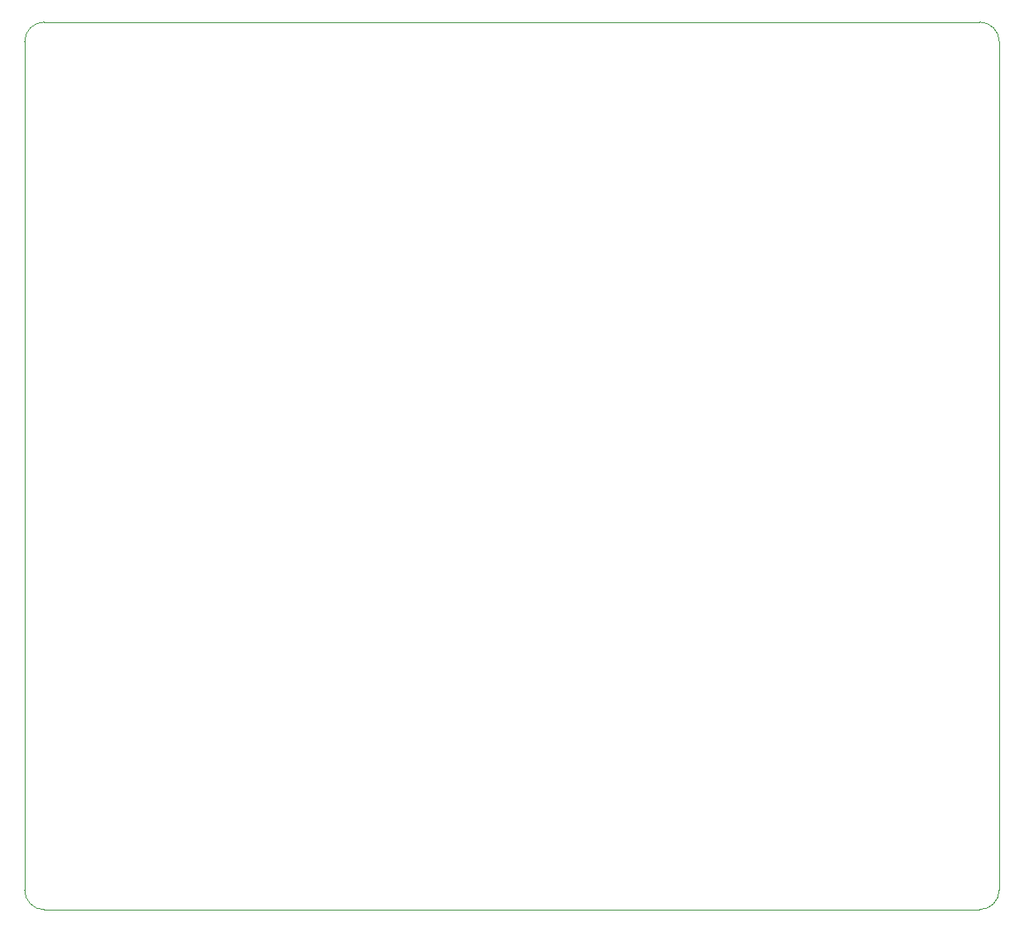
<source format=gm1>
G04 #@! TF.GenerationSoftware,KiCad,Pcbnew,(6.0.8)*
G04 #@! TF.CreationDate,2022-10-16T23:30:33+02:00*
G04 #@! TF.ProjectId,RPiWattMeterHatv3,52506957-6174-4744-9d65-746572486174,rev?*
G04 #@! TF.SameCoordinates,Original*
G04 #@! TF.FileFunction,Profile,NP*
%FSLAX45Y45*%
G04 Gerber Fmt 4.5, Leading zero omitted, Abs format (unit mm)*
G04 Created by KiCad (PCBNEW (6.0.8)) date 2022-10-16 23:30:33*
%MOMM*%
%LPD*%
G01*
G04 APERTURE LIST*
G04 #@! TA.AperFunction,Profile*
%ADD10C,0.050000*%
G04 #@! TD*
G04 APERTURE END LIST*
D10*
X6707500Y-4400000D02*
X16300000Y-4400000D01*
X6507500Y-13302000D02*
X6507500Y-4600000D01*
X16500000Y-4600000D02*
X16500000Y-13302000D01*
X16500000Y-4600000D02*
G75*
G03*
X16300000Y-4400000I-200000J0D01*
G01*
X16300000Y-13502000D02*
X6707500Y-13502000D01*
X16300000Y-13502000D02*
G75*
G03*
X16500000Y-13302000I0J200000D01*
G01*
X6507500Y-13302000D02*
G75*
G03*
X6707500Y-13502000I200000J0D01*
G01*
X6707500Y-4400000D02*
G75*
G03*
X6507500Y-4600000I0J-200000D01*
G01*
M02*

</source>
